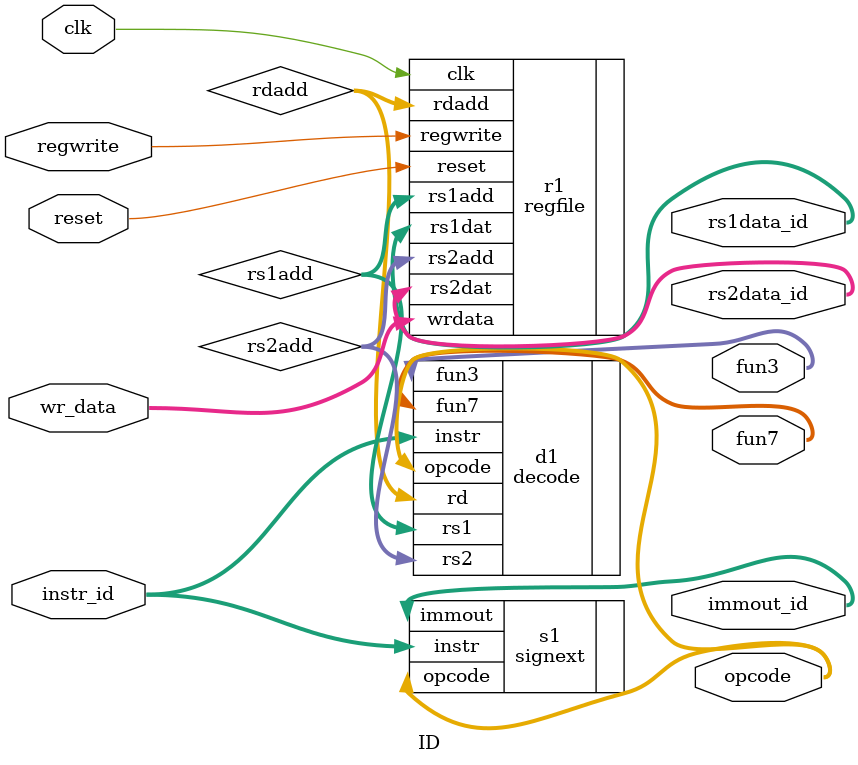
<source format=sv>
module ID #(parameter n=32)(clk,instr_id,rs1data_id,rs2data_id,immout_id,wr_data,regwrite,reset,fun7,fun3,opcode);
input logic clk,regwrite,reset;
input logic[n-1:0] instr_id;
input logic[n-1:0] wr_data;
output logic[n-1:0] rs1data_id;
output logic[n-1:0] rs2data_id;
output logic[n-1:0] immout_id;
logic[4:0] rs1add,rs2add,rdadd;
output logic[6:0] opcode;
output logic[6:0] fun7;
output logic[2:0] fun3;

decode d1(.instr(instr_id),.rd(rdadd),.rs1(rs1add),.rs2(rs2add),.opcode(opcode),.fun7(fun7),.fun3(fun3));
regfile r1(.clk(clk),.reset(reset),.regwrite(regwrite),.rs1add(rs1add),.rs2add(rs2add),.rdadd(rdadd),.wrdata(wr_data),.rs1dat(rs1data_id),.rs2dat(rs2data_id));
signext s1(.opcode(opcode),.instr(instr_id),.immout(immout_id));

endmodule

</source>
